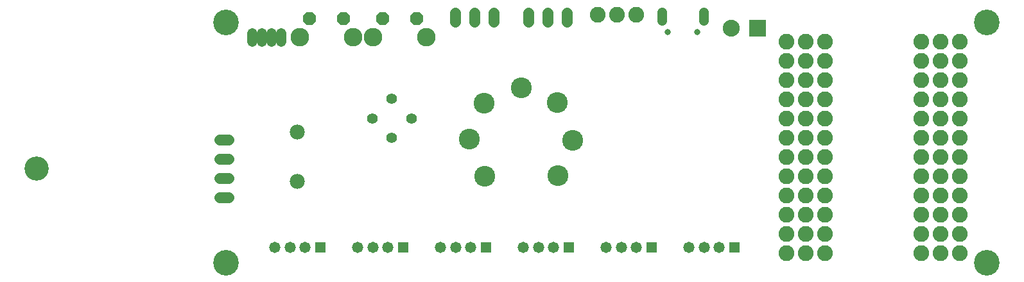
<source format=gbs>
G75*
%MOIN*%
%OFA0B0*%
%FSLAX24Y24*%
%IPPOS*%
%LPD*%
%AMOC8*
5,1,8,0,0,1.08239X$1,22.5*
%
%ADD10C,0.1330*%
%ADD11C,0.0820*%
%ADD12C,0.0552*%
%ADD13C,0.1080*%
%ADD14R,0.0580X0.0580*%
%ADD15C,0.0580*%
%ADD16C,0.0530*%
%ADD17C,0.0780*%
%ADD18R,0.0880X0.0880*%
%ADD19C,0.0880*%
%ADD20C,0.0560*%
%ADD21C,0.0552*%
%ADD22C,0.1261*%
%ADD23C,0.0316*%
%ADD24C,0.0513*%
%ADD25OC8,0.0680*%
%ADD26C,0.0965*%
D10*
X011250Y002352D03*
X011250Y014852D03*
X050750Y014852D03*
X050750Y002352D03*
D11*
X049350Y002852D03*
X048350Y002852D03*
X047350Y002852D03*
X047350Y003852D03*
X048350Y003852D03*
X049350Y003852D03*
X049350Y004852D03*
X048350Y004852D03*
X047350Y004852D03*
X047350Y005852D03*
X048350Y005852D03*
X049350Y005852D03*
X049350Y006852D03*
X048350Y006852D03*
X047350Y006852D03*
X047350Y007852D03*
X048350Y007852D03*
X049350Y007852D03*
X049350Y008852D03*
X048350Y008852D03*
X047350Y008852D03*
X047350Y009852D03*
X048350Y009852D03*
X049350Y009852D03*
X049350Y010852D03*
X048350Y010852D03*
X047350Y010852D03*
X047350Y011852D03*
X048350Y011852D03*
X049350Y011852D03*
X049350Y012852D03*
X048350Y012852D03*
X047350Y012852D03*
X047350Y013852D03*
X048350Y013852D03*
X049350Y013852D03*
X042350Y013852D03*
X041350Y013852D03*
X040350Y013852D03*
X040350Y012852D03*
X041350Y012852D03*
X042350Y012852D03*
X042350Y011852D03*
X041350Y011852D03*
X040350Y011852D03*
X040350Y010852D03*
X041350Y010852D03*
X042350Y010852D03*
X042350Y009852D03*
X041350Y009852D03*
X040350Y009852D03*
X040350Y008852D03*
X041350Y008852D03*
X042350Y008852D03*
X042350Y007852D03*
X041350Y007852D03*
X040350Y007852D03*
X040350Y006852D03*
X041350Y006852D03*
X042350Y006852D03*
X042350Y005852D03*
X041350Y005852D03*
X040350Y005852D03*
X040350Y004852D03*
X041350Y004852D03*
X042350Y004852D03*
X042350Y003852D03*
X041350Y003852D03*
X040350Y003852D03*
X040350Y002852D03*
X041350Y002852D03*
X042350Y002852D03*
X032550Y015252D03*
X031550Y015252D03*
X030550Y015252D03*
D12*
X019850Y010856D03*
X018846Y009852D03*
X020854Y009852D03*
X019850Y008848D03*
D13*
X023858Y008785D03*
X024669Y006825D03*
X028477Y006872D03*
X029242Y008719D03*
X028431Y010679D03*
X026583Y011445D03*
X024623Y010633D03*
D14*
X024731Y003152D03*
X020431Y003152D03*
X016131Y003152D03*
X029031Y003152D03*
X033331Y003152D03*
X037631Y003152D03*
D15*
X036844Y003152D03*
X036056Y003152D03*
X035269Y003152D03*
X032544Y003152D03*
X031756Y003152D03*
X030969Y003152D03*
X028244Y003152D03*
X027456Y003152D03*
X026669Y003152D03*
X023944Y003152D03*
X023156Y003152D03*
X022369Y003152D03*
X019644Y003152D03*
X018856Y003152D03*
X018069Y003152D03*
X015344Y003152D03*
X014556Y003152D03*
X013769Y003152D03*
D16*
X013600Y013827D02*
X013600Y014277D01*
X013100Y014277D02*
X013100Y013827D01*
X012600Y013827D02*
X012600Y014277D01*
X014100Y014277D02*
X014100Y013827D01*
D17*
X014950Y009132D03*
X014950Y006573D03*
D18*
X038850Y014552D03*
D19*
X037472Y014552D03*
D20*
X028950Y014862D02*
X028950Y015342D01*
X027950Y015342D02*
X027950Y014862D01*
X026950Y014862D02*
X026950Y015342D01*
X025150Y015342D02*
X025150Y014862D01*
X024150Y014862D02*
X024150Y015342D01*
X023150Y015342D02*
X023150Y014862D01*
D21*
X011386Y008752D02*
X010914Y008752D01*
X010914Y007752D02*
X011386Y007752D01*
X011386Y006752D02*
X010914Y006752D01*
X010914Y005752D02*
X011386Y005752D01*
D22*
X001400Y007252D03*
D23*
X034182Y014325D03*
X035718Y014325D03*
D24*
X036043Y014936D02*
X036043Y015369D01*
X033857Y015369D02*
X033857Y014936D01*
D25*
X021140Y015042D03*
X019360Y015042D03*
X017340Y015042D03*
X015560Y015042D03*
D26*
X015070Y014062D03*
X017830Y014062D03*
X018870Y014062D03*
X021630Y014062D03*
M02*

</source>
